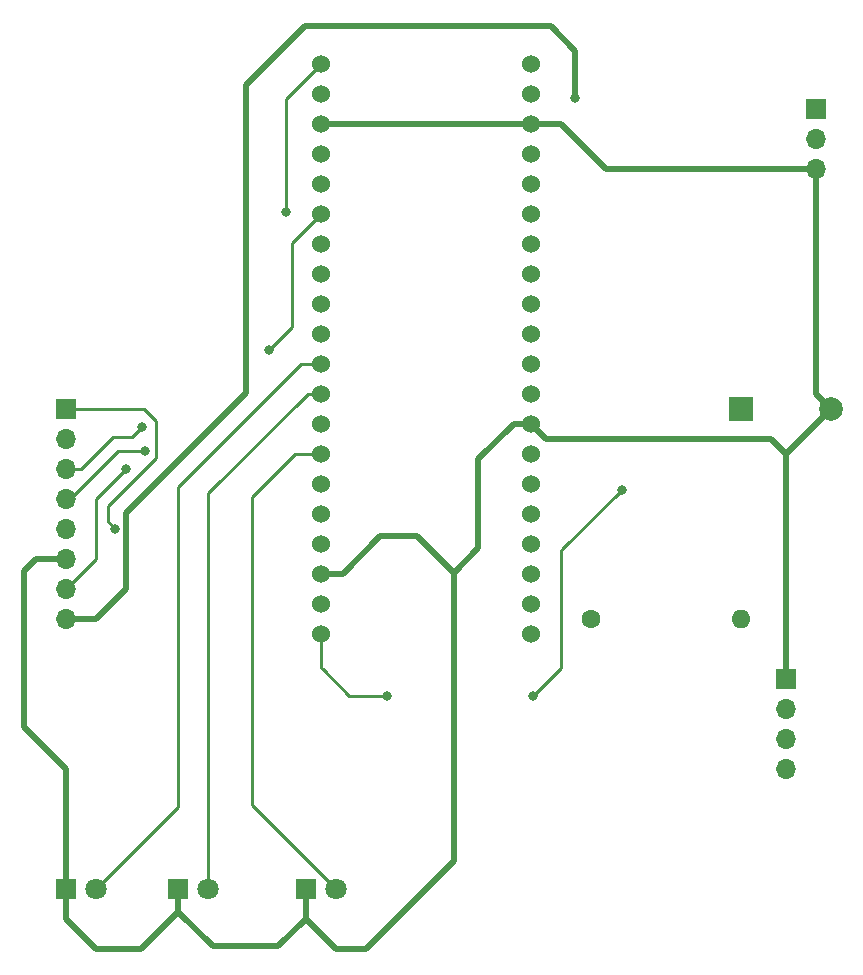
<source format=gbr>
%TF.GenerationSoftware,KiCad,Pcbnew,(6.0.9)*%
%TF.CreationDate,2022-11-16T12:37:32-05:00*%
%TF.ProjectId,Project.1,50726f6a-6563-4742-9e31-2e6b69636164,rev?*%
%TF.SameCoordinates,Original*%
%TF.FileFunction,Copper,L1,Top*%
%TF.FilePolarity,Positive*%
%FSLAX46Y46*%
G04 Gerber Fmt 4.6, Leading zero omitted, Abs format (unit mm)*
G04 Created by KiCad (PCBNEW (6.0.9)) date 2022-11-16 12:37:32*
%MOMM*%
%LPD*%
G01*
G04 APERTURE LIST*
%TA.AperFunction,ComponentPad*%
%ADD10C,1.600000*%
%TD*%
%TA.AperFunction,ComponentPad*%
%ADD11O,1.600000X1.600000*%
%TD*%
%TA.AperFunction,ComponentPad*%
%ADD12R,1.700000X1.700000*%
%TD*%
%TA.AperFunction,ComponentPad*%
%ADD13O,1.700000X1.700000*%
%TD*%
%TA.AperFunction,ComponentPad*%
%ADD14R,2.000000X2.000000*%
%TD*%
%TA.AperFunction,ComponentPad*%
%ADD15C,2.000000*%
%TD*%
%TA.AperFunction,ComponentPad*%
%ADD16R,1.800000X1.800000*%
%TD*%
%TA.AperFunction,ComponentPad*%
%ADD17C,1.800000*%
%TD*%
%TA.AperFunction,ComponentPad*%
%ADD18C,1.524000*%
%TD*%
%TA.AperFunction,ViaPad*%
%ADD19C,0.800000*%
%TD*%
%TA.AperFunction,Conductor*%
%ADD20C,0.250000*%
%TD*%
%TA.AperFunction,Conductor*%
%ADD21C,0.500000*%
%TD*%
G04 APERTURE END LIST*
D10*
%TO.P,R1,1*%
%TO.N,VCC*%
X143510000Y-93980000D03*
D11*
%TO.P,R1,2*%
%TO.N,Net-(R1-Pad2)*%
X156210000Y-93980000D03*
%TD*%
D12*
%TO.P,J1,1,SDA*%
%TO.N,SDA*%
X99060000Y-76200000D03*
D13*
%TO.P,J1,2,SCK*%
%TO.N,SCLK*%
X99060000Y-78740000D03*
%TO.P,J1,3,MOSI*%
%TO.N,MOSI*%
X99060000Y-81280000D03*
%TO.P,J1,4,MISO*%
%TO.N,MISO*%
X99060000Y-83820000D03*
%TO.P,J1,5,IRQ*%
%TO.N,unconnected-(J1-Pad5)*%
X99060000Y-86360000D03*
%TO.P,J1,6,GND*%
%TO.N,GND*%
X99060000Y-88900000D03*
%TO.P,J1,7,RST*%
%TO.N,RST*%
X99060000Y-91440000D03*
%TO.P,J1,8,3.3V*%
%TO.N,3.3*%
X99060000Y-93980000D03*
%TD*%
D12*
%TO.P,J3,1,Pin_1*%
%TO.N,PWM*%
X162560000Y-50800000D03*
D13*
%TO.P,J3,2,Pin_2*%
%TO.N,VCC*%
X162560000Y-53340000D03*
%TO.P,J3,3,Pin_3*%
%TO.N,GND*%
X162560000Y-55880000D03*
%TD*%
D12*
%TO.P,J2,1,GND*%
%TO.N,GND*%
X160020000Y-99060000D03*
D13*
%TO.P,J2,2,VCC*%
%TO.N,VCC*%
X160020000Y-101600000D03*
%TO.P,J2,3,SDA*%
%TO.N,RST*%
X160020000Y-104140000D03*
%TO.P,J2,4,SCL*%
%TO.N,SDA*%
X160020000Y-106680000D03*
%TD*%
D14*
%TO.P,BZ1,1,-*%
%TO.N,Buzz*%
X156220000Y-76200000D03*
D15*
%TO.P,BZ1,2,+*%
%TO.N,GND*%
X163820000Y-76200000D03*
%TD*%
D16*
%TO.P,D2,1,K*%
%TO.N,GND*%
X108600000Y-116840000D03*
D17*
%TO.P,D2,2,A*%
%TO.N,LED2*%
X111140000Y-116840000D03*
%TD*%
D18*
%TO.P,U1,1,GPIO0*%
%TO.N,RST*%
X120680000Y-46990000D03*
%TO.P,U1,2,GPIO1*%
%TO.N,SDA*%
X120680000Y-49530000D03*
%TO.P,U1,3,GND*%
%TO.N,GND*%
X120680000Y-52070000D03*
%TO.P,U1,4,GPIO2*%
%TO.N,SCLK*%
X120690000Y-54610000D03*
%TO.P,U1,5,GPIO3*%
%TO.N,MOSI*%
X120680000Y-57150000D03*
%TO.P,U1,6,GPIO4*%
%TO.N,MISO*%
X120680000Y-59690000D03*
%TO.P,U1,7,GPIO5*%
%TO.N,unconnected-(U1-Pad7)*%
X120680000Y-62230000D03*
%TO.P,U1,8,GND*%
%TO.N,unconnected-(U1-Pad8)*%
X120680000Y-64770000D03*
%TO.P,U1,9,GPIO6*%
%TO.N,unconnected-(U1-Pad9)*%
X120680000Y-67310000D03*
%TO.P,U1,10,GPIO7*%
%TO.N,unconnected-(U1-Pad10)*%
X120680000Y-69850000D03*
%TO.P,U1,11,GPIO8*%
%TO.N,LED1*%
X120680000Y-72390000D03*
%TO.P,U1,12,GPIO9*%
%TO.N,LED2*%
X120680000Y-74930000D03*
%TO.P,U1,13,GND*%
%TO.N,unconnected-(U1-Pad13)*%
X120680000Y-77470000D03*
%TO.P,U1,14,GPIO10*%
%TO.N,LED3*%
X120680000Y-80010000D03*
%TO.P,U1,15,GPIO11*%
%TO.N,unconnected-(U1-Pad15)*%
X120680000Y-82550000D03*
%TO.P,U1,16,GPIO12*%
%TO.N,unconnected-(U1-Pad16)*%
X120680000Y-85090000D03*
%TO.P,U1,17,GPIO13*%
%TO.N,unconnected-(U1-Pad17)*%
X120680000Y-87630000D03*
%TO.P,U1,18,GND*%
%TO.N,GND*%
X120680000Y-90170000D03*
%TO.P,U1,19,GPIO14*%
%TO.N,unconnected-(U1-Pad19)*%
X120680000Y-92710000D03*
%TO.P,U1,20,GPIO15*%
%TO.N,Buzz*%
X120680000Y-95250000D03*
%TO.P,U1,21,GPIO16*%
%TO.N,unconnected-(U1-Pad21)*%
X138460000Y-95250000D03*
%TO.P,U1,22,GPIO17*%
%TO.N,unconnected-(U1-Pad22)*%
X138460000Y-92710000D03*
%TO.P,U1,23,GND*%
%TO.N,unconnected-(U1-Pad23)*%
X138460000Y-90170000D03*
%TO.P,U1,24,GPIO18*%
%TO.N,PWM*%
X138460000Y-87630000D03*
%TO.P,U1,25,GPIO19*%
%TO.N,unconnected-(U1-Pad25)*%
X138460000Y-85090000D03*
%TO.P,U1,26,GPIO20*%
%TO.N,unconnected-(U1-Pad26)*%
X138460000Y-82550000D03*
%TO.P,U1,27,GPIO21*%
%TO.N,unconnected-(U1-Pad27)*%
X138460000Y-80010000D03*
%TO.P,U1,28,GND*%
%TO.N,GND*%
X138460000Y-77470000D03*
%TO.P,U1,29,GPIO22*%
%TO.N,unconnected-(U1-Pad29)*%
X138460000Y-74930000D03*
%TO.P,U1,30,RUN*%
%TO.N,unconnected-(U1-Pad30)*%
X138460000Y-72390000D03*
%TO.P,U1,31,GPIO26_ADC0*%
%TO.N,unconnected-(U1-Pad31)*%
X138460000Y-69850000D03*
%TO.P,U1,32,GPIO27_ADC1*%
%TO.N,unconnected-(U1-Pad32)*%
X138460000Y-67310000D03*
%TO.P,U1,33,AGND*%
%TO.N,unconnected-(U1-Pad33)*%
X138460000Y-64770000D03*
%TO.P,U1,34,GPIO28_ADC2*%
%TO.N,unconnected-(U1-Pad34)*%
X138460000Y-62230000D03*
%TO.P,U1,35,ADC_VREF*%
%TO.N,unconnected-(U1-Pad35)*%
X138460000Y-59690000D03*
%TO.P,U1,36,3V3*%
%TO.N,3.3*%
X138460000Y-57150000D03*
%TO.P,U1,37,3V3_EN*%
%TO.N,unconnected-(U1-Pad37)*%
X138460000Y-54610000D03*
%TO.P,U1,38,GND*%
%TO.N,GND*%
X138460000Y-52070000D03*
%TO.P,U1,39,VSYS*%
%TO.N,unconnected-(U1-Pad39)*%
X138460000Y-49530000D03*
%TO.P,U1,40,VBUS*%
%TO.N,Net-(R1-Pad2)*%
X138460000Y-46990000D03*
%TD*%
D16*
%TO.P,D1,1,K*%
%TO.N,GND*%
X99060000Y-116840000D03*
D17*
%TO.P,D1,2,A*%
%TO.N,LED1*%
X101600000Y-116840000D03*
%TD*%
D16*
%TO.P,D3,1,K*%
%TO.N,GND*%
X119380000Y-116840000D03*
D17*
%TO.P,D3,2,A*%
%TO.N,LED3*%
X121920000Y-116840000D03*
%TD*%
D19*
%TO.N,Buzz*%
X126250000Y-100500000D03*
X138650000Y-100500000D03*
X146125000Y-83075000D03*
%TO.N,SDA*%
X103261701Y-86360000D03*
%TO.N,MOSI*%
X105500000Y-77750000D03*
%TO.N,MISO*%
X105750000Y-79750000D03*
X116250000Y-71250000D03*
%TO.N,RST*%
X117700000Y-59500000D03*
X104140000Y-81280000D03*
%TO.N,3.3*%
X142200000Y-49900000D03*
%TD*%
D20*
%TO.N,Buzz*%
X141100000Y-88100000D02*
X146125000Y-83075000D01*
X120680000Y-95250000D02*
X120680000Y-98130000D01*
X141000000Y-88200000D02*
X141100000Y-88100000D01*
X141000000Y-98000000D02*
X141000000Y-88200000D01*
X120800000Y-98250000D02*
X123050000Y-100500000D01*
X141000000Y-98150000D02*
X141000000Y-98000000D01*
X123050000Y-100500000D02*
X126250000Y-100500000D01*
X138650000Y-100500000D02*
X141000000Y-98150000D01*
X120680000Y-98130000D02*
X120800000Y-98250000D01*
D21*
%TO.N,GND*%
X134000000Y-80440000D02*
X134000000Y-88020000D01*
X138460000Y-52070000D02*
X140970000Y-52070000D01*
X111540000Y-121700000D02*
X117060000Y-121700000D01*
X162560000Y-55880000D02*
X162560000Y-74940000D01*
X96520000Y-88900000D02*
X99060000Y-88900000D01*
X120680000Y-52070000D02*
X138460000Y-52070000D01*
X108600000Y-116840000D02*
X108600000Y-118760000D01*
X105440000Y-121920000D02*
X101600000Y-121920000D01*
X160020000Y-80000000D02*
X160020000Y-99060000D01*
X140970000Y-52070000D02*
X144780000Y-55880000D01*
X125675000Y-87000000D02*
X128780000Y-87000000D01*
X163820000Y-76200000D02*
X160020000Y-80000000D01*
X99060000Y-119380000D02*
X99060000Y-116840000D01*
X95480000Y-89940000D02*
X96520000Y-88900000D01*
X131900000Y-114480000D02*
X131900000Y-90120000D01*
X136970000Y-77470000D02*
X134000000Y-80440000D01*
X119380000Y-116840000D02*
X119380000Y-119380000D01*
X99060000Y-106680000D02*
X95480000Y-103100000D01*
X119380000Y-119380000D02*
X121920000Y-121920000D01*
X122505000Y-90170000D02*
X125675000Y-87000000D01*
X108600000Y-118760000D02*
X105440000Y-121920000D01*
X99060000Y-116838198D02*
X99060000Y-106680000D01*
X162560000Y-74940000D02*
X163820000Y-76200000D01*
X117060000Y-121700000D02*
X119380000Y-119380000D01*
X95480000Y-103100000D02*
X95480000Y-89940000D01*
X128780000Y-87000000D02*
X129540000Y-87760000D01*
X138460000Y-77470000D02*
X136970000Y-77470000D01*
X158761802Y-78740000D02*
X139731802Y-78740000D01*
X101600000Y-121920000D02*
X99060000Y-119380000D01*
X108600000Y-118760000D02*
X111540000Y-121700000D01*
X124460000Y-121920000D02*
X131900000Y-114480000D01*
X121920000Y-121920000D02*
X124460000Y-121920000D01*
X160020000Y-79998198D02*
X158761802Y-78740000D01*
X131900000Y-90120000D02*
X129540000Y-87760000D01*
X120680000Y-90170000D02*
X122505000Y-90170000D01*
X144780000Y-55880000D02*
X162560000Y-55880000D01*
X134000000Y-88020000D02*
X131900000Y-90120000D01*
X139731802Y-78740000D02*
X138460000Y-77468198D01*
D20*
%TO.N,LED1*%
X108550000Y-109890000D02*
X101600000Y-116840000D01*
X120680000Y-72390000D02*
X119010000Y-72390000D01*
X119010000Y-72390000D02*
X108550000Y-82850000D01*
X108550000Y-82850000D02*
X108550000Y-109890000D01*
%TO.N,SDA*%
X102600000Y-84450000D02*
X106700000Y-80350000D01*
X103261701Y-86360000D02*
X103260000Y-86360000D01*
X105700000Y-76200000D02*
X99060000Y-76200000D01*
X102600000Y-85700000D02*
X102600000Y-84450000D01*
X103260000Y-86360000D02*
X102600000Y-85700000D01*
X106700000Y-77200000D02*
X105700000Y-76200000D01*
X106700000Y-80350000D02*
X106700000Y-77200000D01*
%TO.N,MOSI*%
X104650000Y-78600000D02*
X103050000Y-78600000D01*
X105500000Y-77750000D02*
X104650000Y-78600000D01*
X100370000Y-81280000D02*
X99060000Y-81280000D01*
X103050000Y-78600000D02*
X100370000Y-81280000D01*
%TO.N,MISO*%
X99060000Y-83820000D02*
X99430000Y-83820000D01*
X116250000Y-71250000D02*
X118250000Y-69250000D01*
X99430000Y-83820000D02*
X103500000Y-79750000D01*
X118250000Y-62120000D02*
X120680000Y-59690000D01*
X118250000Y-69250000D02*
X118250000Y-62120000D01*
X103500000Y-79750000D02*
X105750000Y-79750000D01*
%TO.N,RST*%
X117700000Y-59500000D02*
X117700000Y-49970000D01*
X101600000Y-83800000D02*
X101600000Y-88900000D01*
X101600000Y-88900000D02*
X99060000Y-91440000D01*
X117700000Y-49970000D02*
X120680000Y-46990000D01*
X104120000Y-81280000D02*
X101600000Y-83800000D01*
X104140000Y-81280000D02*
X104120000Y-81280000D01*
D21*
%TO.N,3.3*%
X119300000Y-43800000D02*
X140100000Y-43800000D01*
X114300000Y-48800000D02*
X119300000Y-43800000D01*
X104140000Y-91440000D02*
X104140000Y-85060000D01*
X140100000Y-43800000D02*
X142200000Y-45900000D01*
X142200000Y-45900000D02*
X142200000Y-49900000D01*
X114300000Y-74900000D02*
X114300000Y-48800000D01*
X101601802Y-93978198D02*
X104140000Y-91440000D01*
X99060000Y-93978198D02*
X101601802Y-93978198D01*
X104140000Y-85060000D02*
X114300000Y-74900000D01*
D20*
%TO.N,LED2*%
X111140000Y-83360000D02*
X111140000Y-116840000D01*
X119570000Y-74930000D02*
X111140000Y-83360000D01*
X120680000Y-74930000D02*
X119570000Y-74930000D01*
%TO.N,LED3*%
X118440000Y-80010000D02*
X114800000Y-83650000D01*
X114800000Y-109720000D02*
X121920000Y-116840000D01*
X120680000Y-80010000D02*
X118440000Y-80010000D01*
X114800000Y-83650000D02*
X114800000Y-109720000D01*
%TD*%
M02*

</source>
